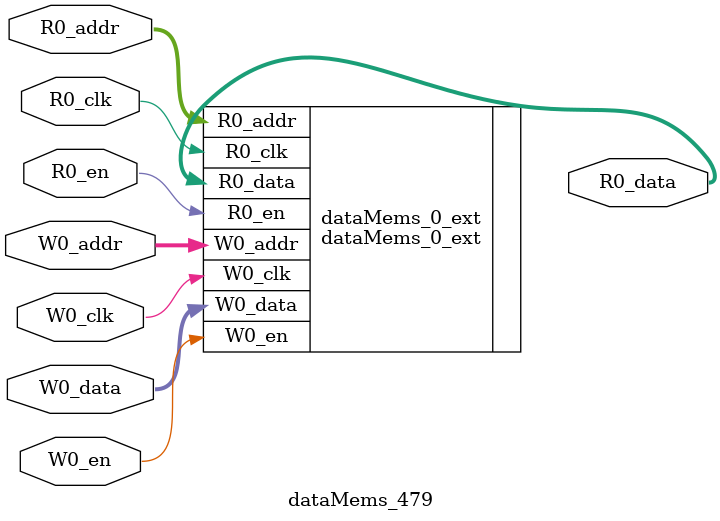
<source format=sv>
`ifndef RANDOMIZE
  `ifdef RANDOMIZE_REG_INIT
    `define RANDOMIZE
  `endif // RANDOMIZE_REG_INIT
`endif // not def RANDOMIZE
`ifndef RANDOMIZE
  `ifdef RANDOMIZE_MEM_INIT
    `define RANDOMIZE
  `endif // RANDOMIZE_MEM_INIT
`endif // not def RANDOMIZE

`ifndef RANDOM
  `define RANDOM $random
`endif // not def RANDOM

// Users can define 'PRINTF_COND' to add an extra gate to prints.
`ifndef PRINTF_COND_
  `ifdef PRINTF_COND
    `define PRINTF_COND_ (`PRINTF_COND)
  `else  // PRINTF_COND
    `define PRINTF_COND_ 1
  `endif // PRINTF_COND
`endif // not def PRINTF_COND_

// Users can define 'ASSERT_VERBOSE_COND' to add an extra gate to assert error printing.
`ifndef ASSERT_VERBOSE_COND_
  `ifdef ASSERT_VERBOSE_COND
    `define ASSERT_VERBOSE_COND_ (`ASSERT_VERBOSE_COND)
  `else  // ASSERT_VERBOSE_COND
    `define ASSERT_VERBOSE_COND_ 1
  `endif // ASSERT_VERBOSE_COND
`endif // not def ASSERT_VERBOSE_COND_

// Users can define 'STOP_COND' to add an extra gate to stop conditions.
`ifndef STOP_COND_
  `ifdef STOP_COND
    `define STOP_COND_ (`STOP_COND)
  `else  // STOP_COND
    `define STOP_COND_ 1
  `endif // STOP_COND
`endif // not def STOP_COND_

// Users can define INIT_RANDOM as general code that gets injected into the
// initializer block for modules with registers.
`ifndef INIT_RANDOM
  `define INIT_RANDOM
`endif // not def INIT_RANDOM

// If using random initialization, you can also define RANDOMIZE_DELAY to
// customize the delay used, otherwise 0.002 is used.
`ifndef RANDOMIZE_DELAY
  `define RANDOMIZE_DELAY 0.002
`endif // not def RANDOMIZE_DELAY

// Define INIT_RANDOM_PROLOG_ for use in our modules below.
`ifndef INIT_RANDOM_PROLOG_
  `ifdef RANDOMIZE
    `ifdef VERILATOR
      `define INIT_RANDOM_PROLOG_ `INIT_RANDOM
    `else  // VERILATOR
      `define INIT_RANDOM_PROLOG_ `INIT_RANDOM #`RANDOMIZE_DELAY begin end
    `endif // VERILATOR
  `else  // RANDOMIZE
    `define INIT_RANDOM_PROLOG_
  `endif // RANDOMIZE
`endif // not def INIT_RANDOM_PROLOG_

// Include register initializers in init blocks unless synthesis is set
`ifndef SYNTHESIS
  `ifndef ENABLE_INITIAL_REG_
    `define ENABLE_INITIAL_REG_
  `endif // not def ENABLE_INITIAL_REG_
`endif // not def SYNTHESIS

// Include rmemory initializers in init blocks unless synthesis is set
`ifndef SYNTHESIS
  `ifndef ENABLE_INITIAL_MEM_
    `define ENABLE_INITIAL_MEM_
  `endif // not def ENABLE_INITIAL_MEM_
`endif // not def SYNTHESIS

module dataMems_479(	// @[generators/ara/src/main/scala/UnsafeAXI4ToTL.scala:365:62]
  input  [4:0]  R0_addr,
  input         R0_en,
  input         R0_clk,
  output [66:0] R0_data,
  input  [4:0]  W0_addr,
  input         W0_en,
  input         W0_clk,
  input  [66:0] W0_data
);

  dataMems_0_ext dataMems_0_ext (	// @[generators/ara/src/main/scala/UnsafeAXI4ToTL.scala:365:62]
    .R0_addr (R0_addr),
    .R0_en   (R0_en),
    .R0_clk  (R0_clk),
    .R0_data (R0_data),
    .W0_addr (W0_addr),
    .W0_en   (W0_en),
    .W0_clk  (W0_clk),
    .W0_data (W0_data)
  );
endmodule


</source>
